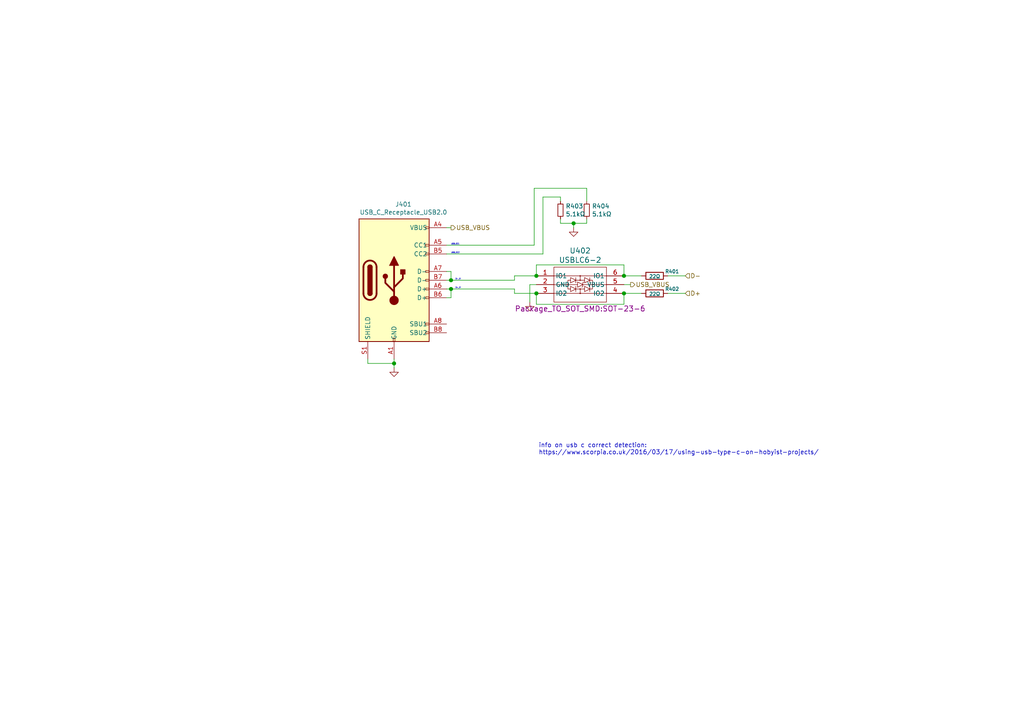
<source format=kicad_sch>
(kicad_sch (version 20210621) (generator eeschema)
  (paper "A4")
  (title_block (title "Moxie-Drive 24, vesc compatable motor controller") (date "2020-07-01") (rev "1.0") (company "Marshall Scholz"))
  (lib_symbols
    (symbol "24_control_board-rescue:GND-power-MoxiE_Control_board-rescue" (power) (pin_names (offset 0))
      (property "Value" "GND-power-MoxiE_Control_board-rescue" (at 0 -3.81 0))
      (symbol "GND-power-MoxiE_Control_board-rescue_0_1"
        (polyline (pts (xy 0 0) (xy 0 -1.27) (xy 1.27 -1.27) (xy 0 -2.54) (xy -1.27 -1.27) (xy 0 -1.27)))
      )
      (symbol "GND-power-MoxiE_Control_board-rescue_1_1"
        (pin power_in line (at 0 0 270) (length 0) hide (name "GND") (number "1"))
      )
    )
    (symbol "24_control_board-rescue:R-Device-MoxiE_Control_board-rescue" (pin_numbers hide) (pin_names (offset 0))
      (property "Reference" "R" (at 2.032 0 90))
      (property "Value" "R-Device-MoxiE_Control_board-rescue" (at 0 0 90))
      (symbol "R-Device-MoxiE_Control_board-rescue_0_1"
        (rectangle (start -1.016 -2.54) (end 1.016 2.54) (stroke (width 0.254)))
      )
      (symbol "R-Device-MoxiE_Control_board-rescue_1_1"
        (pin passive line (at 0 3.81 270) (length 1.27) (name "~") (number "1"))
        (pin passive line (at 0 -3.81 90) (length 1.27) (name "~") (number "2"))
      )
    )
    (symbol "24_control_board-rescue:USBLC6-2-pkl_misc"
      (property "Reference" "U" (at 0 -7.62 0))
      (property "Value" "USBLC6-2-pkl_misc" (at 0 7.62 0))
      (symbol "USBLC6-2-pkl_misc_0_1"
        (circle (center -3.556 0) (radius 0.127))
        (circle (center 0 -2.54) (radius 0.127))
        (circle (center 0 -1.27) (radius 0.127))
        (circle (center 0 1.27) (radius 0.127))
        (circle (center 0 2.54) (radius 0.127))
        (circle (center 3.556 0) (radius 0.127))
        (rectangle (start -7.62 5.08) (end 7.62 -5.08))
        (polyline (pts (xy -7.62 -2.54) (xy 7.62 -2.54)))
        (polyline (pts (xy -7.62 0) (xy -0.762 0)))
        (polyline (pts (xy -7.62 2.54) (xy 7.62 2.54)))
        (polyline (pts (xy -1.27 -1.27) (xy 1.27 -1.27)))
        (polyline (pts (xy -1.27 -0.508) (xy -1.27 -2.032)))
        (polyline (pts (xy -1.27 0.508) (xy -1.27 2.032)))
        (polyline (pts (xy -1.27 1.27) (xy 1.27 1.27)))
        (polyline (pts (xy 0 -1.27) (xy 0 -2.54)))
        (polyline (pts (xy 0 1.27) (xy 0 2.54)))
        (polyline (pts (xy 0.762 0) (xy 7.62 0)))
        (polyline (pts (xy 2.794 -0.508) (xy 2.794 -2.032)))
        (polyline (pts (xy 2.794 2.032) (xy 2.794 0.508)))
        (polyline (pts (xy -3.556 0) (xy -3.556 -1.27) (xy -2.794 -1.27)))
        (polyline (pts (xy -2.794 1.27) (xy -3.556 1.27) (xy -3.556 0)))
        (polyline (pts (xy 2.794 -1.27) (xy 3.556 -1.27) (xy 3.556 0)))
        (polyline (pts (xy 2.794 1.27) (xy 3.556 1.27) (xy 3.556 0)))
        (polyline (pts (xy -2.794 -0.508) (xy -2.794 -2.032) (xy -1.27 -1.27) (xy -2.794 -0.508)))
        (polyline (pts (xy -2.794 0.508) (xy -1.27 1.27) (xy -2.794 2.032) (xy -2.794 0.508)))
        (polyline (pts (xy -0.762 0.762) (xy -0.762 -0.762) (xy 0.762 0) (xy -0.762 0.762)))
        (polyline (pts (xy 0.508 -0.762) (xy 0.762 -0.508) (xy 0.762 0.508) (xy 1.016 0.762)))
        (polyline (pts (xy 1.27 -0.508) (xy 2.794 -1.27) (xy 1.27 -2.032) (xy 1.27 -0.508)))
        (polyline (pts (xy 1.27 2.032) (xy 1.27 0.508) (xy 2.794 1.27) (xy 1.27 2.032)))
      )
      (symbol "USBLC6-2-pkl_misc_1_1"
        (pin bidirectional line (at -12.7 2.54 0) (length 5.08) (name "IO1") (number "1"))
        (pin power_in line (at -12.7 0 0) (length 5.08) (name "GND") (number "2"))
        (pin bidirectional line (at -12.7 -2.54 0) (length 5.08) (name "IO2") (number "3"))
        (pin bidirectional line (at 12.7 -2.54 180) (length 5.08) (name "IO2") (number "4"))
        (pin power_in line (at 12.7 0 180) (length 5.08) (name "VBUS") (number "5"))
        (pin bidirectional line (at 12.7 2.54 180) (length 5.08) (name "IO1") (number "6"))
      )
    )
    (symbol "Connector:USB_C_Receptacle_USB2.0"
      (property "Reference" "J" (at -10.16 19.05 0))
      (property "Value" "USB_C_Receptacle_USB2.0" (at 19.05 19.05 0))
      (symbol "USB_C_Receptacle_USB2.0_0_0"
        (rectangle (start -0.254 -17.78) (end 0.254 -16.764))
        (rectangle (start 10.16 -14.986) (end 9.144 -15.494))
        (rectangle (start 10.16 -12.446) (end 9.144 -12.954))
        (rectangle (start 10.16 -4.826) (end 9.144 -5.334))
        (rectangle (start 10.16 -2.286) (end 9.144 -2.794))
        (rectangle (start 10.16 0.254) (end 9.144 -0.254))
        (rectangle (start 10.16 2.794) (end 9.144 2.286))
        (rectangle (start 10.16 7.874) (end 9.144 7.366))
        (rectangle (start 10.16 10.414) (end 9.144 9.906))
        (rectangle (start 10.16 15.494) (end 9.144 14.986))
      )
      (symbol "USB_C_Receptacle_USB2.0_0_1"
        (arc (start -8.89 -3.81) (end -5.08 -3.81) (radius (at -6.985 -3.81) (length 1.905) (angles -179.9 -0.1)) (stroke (width 0.508)))
        (arc (start -7.62 -3.81) (end -6.35 -3.81) (radius (at -6.985 -3.81) (length 0.635) (angles -179.9 -0.1)) (stroke (width 0.254)))
        (arc (start -6.35 3.81) (end -7.62 3.81) (radius (at -6.985 3.81) (length 0.635) (angles 0.1 179.9)) (stroke (width 0.254)))
        (arc (start -5.08 3.81) (end -8.89 3.81) (radius (at -6.985 3.81) (length 1.905) (angles 0.1 179.9)) (stroke (width 0.508)))
        (arc (start -7.62 -3.81) (end -6.35 -3.81) (radius (at -6.985 -3.81) (length 0.635) (angles -179.9 -0.1)) (stroke (width 0.254)) (fill (type outline)))
        (arc (start -6.35 3.81) (end -7.62 3.81) (radius (at -6.985 3.81) (length 0.635) (angles 0.1 179.9)) (stroke (width 0.254)) (fill (type outline)))
        (circle (center -2.54 1.143) (radius 0.635) (stroke (width 0.254)) (fill (type outline)))
        (circle (center 0 -5.842) (radius 1.27) (fill (type outline)))
        (rectangle (start -7.62 -3.81) (end -6.35 3.81) (stroke (width 0.254)) (fill (type outline)))
        (rectangle (start 1.905 1.778) (end 3.175 3.048) (stroke (width 0.254)) (fill (type outline)))
        (rectangle (start -10.16 17.78) (end 10.16 -17.78) (stroke (width 0.254)) (fill (type background)))
        (polyline (pts (xy -8.89 -3.81) (xy -8.89 3.81)) (stroke (width 0.508)))
        (polyline (pts (xy -5.08 3.81) (xy -5.08 -3.81)) (stroke (width 0.508)))
        (polyline (pts (xy 0 -5.842) (xy 0 4.318)) (stroke (width 0.508)))
        (polyline (pts (xy 0 -3.302) (xy -2.54 -0.762) (xy -2.54 0.508)) (stroke (width 0.508)))
        (polyline (pts (xy 0 -2.032) (xy 2.54 0.508) (xy 2.54 1.778)) (stroke (width 0.508)))
        (polyline (pts (xy -1.27 4.318) (xy 0 6.858) (xy 1.27 4.318) (xy -1.27 4.318)) (stroke (width 0.254)) (fill (type outline)))
      )
      (symbol "USB_C_Receptacle_USB2.0_1_1"
        (pin power_in line (at 0 -22.86 90) (length 5.08) (name "GND") (number "A1"))
        (pin passive line (at 0 -22.86 90) (length 5.08) hide (name "GND") (number "A12"))
        (pin power_in line (at 15.24 15.24 180) (length 5.08) (name "VBUS") (number "A4"))
        (pin bidirectional line (at 15.24 10.16 180) (length 5.08) (name "CC1") (number "A5"))
        (pin bidirectional line (at 15.24 -2.54 180) (length 5.08) (name "D+") (number "A6"))
        (pin bidirectional line (at 15.24 2.54 180) (length 5.08) (name "D-") (number "A7"))
        (pin bidirectional line (at 15.24 -12.7 180) (length 5.08) (name "SBU1") (number "A8"))
        (pin passive line (at 15.24 15.24 180) (length 5.08) hide (name "VBUS") (number "A9"))
        (pin passive line (at 0 -22.86 90) (length 5.08) hide (name "GND") (number "B1"))
        (pin passive line (at 0 -22.86 90) (length 5.08) hide (name "GND") (number "B12"))
        (pin passive line (at 15.24 15.24 180) (length 5.08) hide (name "VBUS") (number "B4"))
        (pin bidirectional line (at 15.24 7.62 180) (length 5.08) (name "CC2") (number "B5"))
        (pin bidirectional line (at 15.24 -5.08 180) (length 5.08) (name "D+") (number "B6"))
        (pin bidirectional line (at 15.24 0 180) (length 5.08) (name "D-") (number "B7"))
        (pin bidirectional line (at 15.24 -15.24 180) (length 5.08) (name "SBU2") (number "B8"))
        (pin passive line (at 15.24 15.24 180) (length 5.08) hide (name "VBUS") (number "B9"))
        (pin passive line (at -7.62 -22.86 90) (length 5.08) (name "SHIELD") (number "S1"))
      )
    )
    (symbol "Device:R_Small" (pin_numbers hide) (pin_names (offset 0.254) hide)
      (property "Reference" "R" (at 0.762 0.508 0))
      (property "Value" "R_Small" (at 0.762 -1.016 0))
      (symbol "R_Small_0_1"
        (rectangle (start -0.762 1.778) (end 0.762 -1.778) (stroke (width 0.2032)))
      )
      (symbol "R_Small_1_1"
        (pin passive line (at 0 2.54 270) (length 0.762) (name "~") (number "1"))
        (pin passive line (at 0 -2.54 90) (length 0.762) (name "~") (number "2"))
      )
    )
  )
  (junction (at 114.3 105.41) (diameter 1.016))
  (junction (at 130.81 81.28) (diameter 1.016))
  (junction (at 130.81 83.82) (diameter 1.016))
  (junction (at 155.575 80.01) (diameter 1.016))
  (junction (at 155.575 85.09) (diameter 1.016))
  (junction (at 166.37 64.77) (diameter 1.016))
  (junction (at 180.975 80.01) (diameter 1.016))
  (junction (at 180.975 85.09) (diameter 1.016))
  (wire (pts (xy 106.68 104.14) (xy 106.68 105.41)))
  (wire (pts (xy 106.68 105.41) (xy 114.3 105.41)))
  (wire (pts (xy 114.3 105.41) (xy 114.3 104.14)))
  (wire (pts (xy 114.3 106.68) (xy 114.3 105.41)))
  (wire (pts (xy 129.54 71.12) (xy 154.94 71.12)))
  (wire (pts (xy 129.54 73.66) (xy 157.48 73.66)))
  (wire (pts (xy 129.54 78.74) (xy 130.81 78.74)))
  (wire (pts (xy 129.54 86.36) (xy 130.81 86.36)))
  (wire (pts (xy 130.81 66.04) (xy 129.54 66.04)))
  (wire (pts (xy 130.81 78.74) (xy 130.81 81.28)))
  (wire (pts (xy 130.81 81.28) (xy 129.54 81.28)))
  (wire (pts (xy 130.81 81.28) (xy 149.225 81.28)))
  (wire (pts (xy 130.81 83.82) (xy 129.54 83.82)))
  (wire (pts (xy 130.81 83.82) (xy 149.225 83.82)))
  (wire (pts (xy 130.81 86.36) (xy 130.81 83.82)))
  (wire (pts (xy 149.225 80.01) (xy 155.575 80.01)))
  (wire (pts (xy 149.225 81.28) (xy 149.225 80.01)))
  (wire (pts (xy 149.225 85.09) (xy 149.225 83.82)))
  (wire (pts (xy 153.67 82.55) (xy 153.67 87.63)))
  (wire (pts (xy 154.94 54.61) (xy 154.94 71.12)))
  (wire (pts (xy 155.575 76.835) (xy 155.575 80.01)))
  (wire (pts (xy 155.575 82.55) (xy 153.67 82.55)))
  (wire (pts (xy 155.575 85.09) (xy 149.225 85.09)))
  (wire (pts (xy 155.575 85.09) (xy 155.575 88.265)))
  (wire (pts (xy 155.575 88.265) (xy 180.975 88.265)))
  (wire (pts (xy 157.48 57.15) (xy 162.56 57.15)))
  (wire (pts (xy 157.48 73.66) (xy 157.48 57.15)))
  (wire (pts (xy 162.56 58.42) (xy 162.56 57.15)))
  (wire (pts (xy 162.56 63.5) (xy 162.56 64.77)))
  (wire (pts (xy 162.56 64.77) (xy 166.37 64.77)))
  (wire (pts (xy 166.37 64.77) (xy 170.18 64.77)))
  (wire (pts (xy 166.37 66.04) (xy 166.37 64.77)))
  (wire (pts (xy 170.18 54.61) (xy 154.94 54.61)))
  (wire (pts (xy 170.18 54.61) (xy 170.18 58.42)))
  (wire (pts (xy 170.18 64.77) (xy 170.18 63.5)))
  (wire (pts (xy 180.975 76.835) (xy 155.575 76.835)))
  (wire (pts (xy 180.975 80.01) (xy 180.975 76.835)))
  (wire (pts (xy 180.975 80.01) (xy 186.055 80.01)))
  (wire (pts (xy 180.975 82.55) (xy 182.88 82.55)))
  (wire (pts (xy 180.975 85.09) (xy 186.055 85.09)))
  (wire (pts (xy 180.975 88.265) (xy 180.975 85.09)))
  (wire (pts (xy 193.675 80.01) (xy 198.755 80.01)))
  (wire (pts (xy 198.755 85.09) (xy 193.675 85.09)))
  (text "USB_CC1" (at 130.81 71.12 0) (effects (font (size 0.3556 0.3556)) (justify left bottom)))
  (text "USB_CC2" (at 130.81 73.66 0) (effects (font (size 0.3556 0.3556)) (justify left bottom)))
  (text "D-_R" (at 132.08 81.28 0) (effects (font (size 0.3556 0.3556)) (justify left bottom)))
  (text "D+_R" (at 132.08 83.82 0) (effects (font (size 0.3556 0.3556)) (justify left bottom)))
  (text "info on usb c correct detection:\nhttps://www.scorpia.co.uk/2016/03/17/using-usb-type-c-on-hobyist-projects/" (at 156.21 132.08 0) (effects (font (size 1.27 1.27)) (justify left bottom)))
  (hierarchical_label "USB_VBUS" (shape output) (at 130.81 66.04 0))
  (hierarchical_label "USB_VBUS" (shape output) (at 182.88 82.55 0))
  (hierarchical_label "D-" (shape input) (at 198.755 80.01 0))
  (hierarchical_label "D+" (shape input) (at 198.755 85.09 0))
  (symbol (lib_id "24_control_board-rescue:GND-power-MoxiE_Control_board-rescue") (at 114.3 106.68 0) (unit 1)
    (property "Reference" "#PWR0401" (effects hide))
    (property "Value" "GND" (effects hide))
  )
  (symbol (lib_id "24_control_board-rescue:GND-power-MoxiE_Control_board-rescue") (at 153.67 87.63 0) (unit 1)
    (property "Reference" "#PWR0403" (effects hide))
    (property "Value" "GND" (effects hide))
  )
  (symbol (lib_id "24_control_board-rescue:GND-power-MoxiE_Control_board-rescue") (at 166.37 66.04 0) (unit 1)
    (property "Reference" "#PWR0402" (effects hide))
    (property "Value" "GND" (effects hide))
  )
  (symbol (lib_id "Device:R_Small") (at 162.56 60.96 0) (unit 1)
    (property "Reference" "R403" (at 164.0586 59.7916 0) (effects (justify left)))
    (property "Value" "5.1kΩ" (at 164.0586 62.103 0) (effects (justify left)))
    (property "Footprint" "pkl_dipol:R_0402" (effects hide))
  )
  (symbol (lib_id "Device:R_Small") (at 170.18 60.96 0) (unit 1)
    (property "Reference" "R404" (at 171.6786 59.7916 0) (effects (justify left)))
    (property "Value" "5.1kΩ" (at 171.6786 62.103 0) (effects (justify left)))
    (property "Footprint" "pkl_dipol:R_0402" (effects hide))
  )
  (symbol (lib_id "24_control_board-rescue:R-Device-MoxiE_Control_board-rescue") (at 189.865 80.01 270) (unit 1)
    (property "Reference" "R401" (at 194.945 78.74 90) (effects (font (size 1.016 1.016))))
    (property "Value" "22Ω" (at 189.8904 80.1878 90) (effects (font (size 1.016 1.016))))
    (property "Footprint" "pkl_dipol:R_0402" (effects hide))
  )
  (symbol (lib_id "24_control_board-rescue:R-Device-MoxiE_Control_board-rescue") (at 189.865 85.09 270) (unit 1)
    (property "Reference" "R402" (at 194.945 83.82 90) (effects (font (size 1.016 1.016))))
    (property "Value" "22Ω" (at 189.8904 85.2678 90) (effects (font (size 1.016 1.016))))
    (property "Footprint" "pkl_dipol:R_0402" (effects hide))
  )
  (symbol (lib_id "24_control_board-rescue:USBLC6-2-pkl_misc") (at 168.275 82.55 0) (unit 1)
    (property "Reference" "U402" (at 168.275 72.7202 0) (effects (font (size 1.524 1.524))))
    (property "Value" "USBLC6-2" (at 168.275 75.4126 0) (effects (font (size 1.524 1.524))))
    (property "Footprint" "Package_TO_SOT_SMD:SOT-23-6" (at 168.275 89.535 0) (effects (font (size 1.524 1.524))))
  )
  (symbol (lib_id "Connector:USB_C_Receptacle_USB2.0") (at 114.3 81.28 0) (unit 1)
    (property "Reference" "J401" (at 117.0178 59.2582 0))
    (property "Value" "USB_C_Receptacle_USB2.0" (at 117.0178 61.5696 0))
    (property "Footprint" "pkl_connectors:USB_C_Receptacle_HRO_TYPE-C-31-M-12" (effects hide))
    (property "Datasheet" "https://www.usb.org/sites/default/files/documents/usb_type-c.zip" (effects hide))
  )
)
</source>
